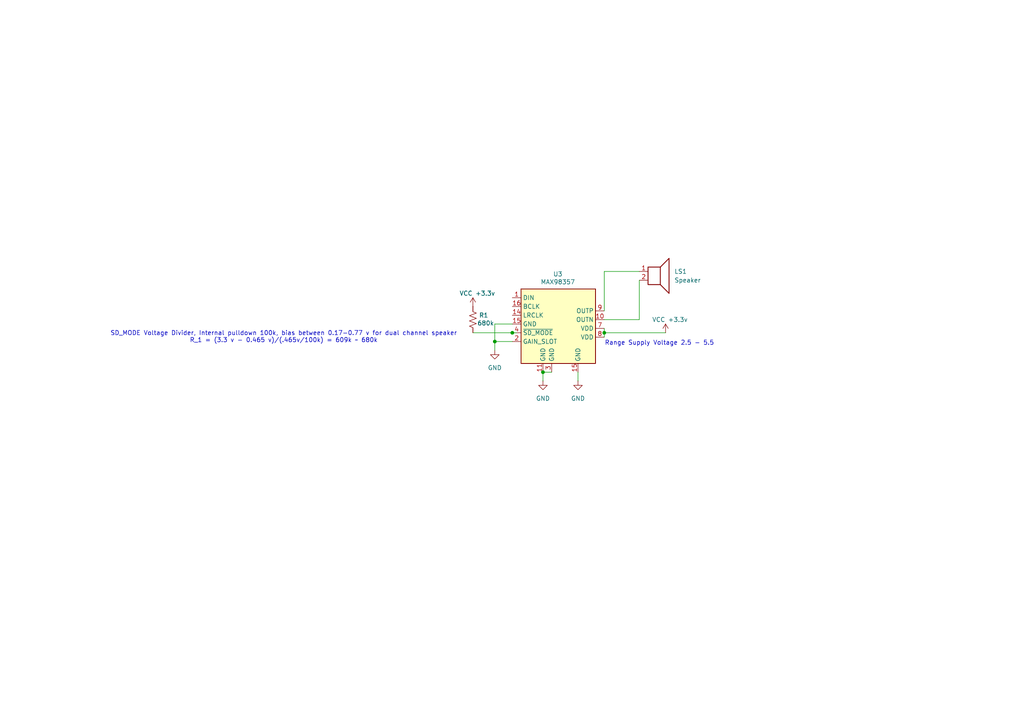
<source format=kicad_sch>
(kicad_sch (version 20250114) (generator "eeschema") (generator_version "9.0")
  (paper "A4")
  (lib_symbols
    (symbol "Device:R_US" (pin_numbers (hide yes)) (pin_names (offset 0))
      (property "Reference" "R" (at 2.54 0 90))
      (property "Value" "R_US" (at -2.54 0 90))
      (symbol "R_US_0_1"
        (polyline (pts (xy 0 2.286) (xy 0 2.54)))
        (polyline (pts (xy 0 2.286) (xy 1.016 1.905) (xy 0 1.524) (xy -1.016 1.143) (xy 0 0.762)))
        (polyline (pts (xy 0 0.762) (xy 1.016 0.381) (xy 0 0) (xy -1.016 -0.381) (xy 0 -0.762)))
        (polyline (pts (xy 0 -0.762) (xy 1.016 -1.143) (xy 0 -1.524) (xy -1.016 -1.905) (xy 0 -2.286)))
        (polyline (pts (xy 0 -2.286) (xy 0 -2.54)))
      )
      (symbol "R_US_1_1"
        (pin passive line (at 0 3.81 270) (length 1.27) (name "~") (number "1"))
        (pin passive line (at 0 -3.81 90) (length 1.27) (name "~") (number "2"))
      )
    )
    (symbol "Device:Speaker" (pin_names (offset 0) (hide yes))
      (property "Reference" "LS" (at 1.27 5.715 0))
      (property "Value" "Speaker" (at 1.27 3.81 0))
      (symbol "Speaker_0_0"
        (rectangle (start -2.54 1.27) (end 1.016 -3.81) (stroke (width 0.254)))
        (polyline (pts (xy 1.016 1.27) (xy 3.556 3.81) (xy 3.556 -6.35) (xy 1.016 -3.81)) (stroke (width 0.254)))
      )
      (symbol "Speaker_1_1"
        (pin input line (at -5.08 0 0) (length 2.54) (name "1") (number "1"))
        (pin input line (at -5.08 -2.54 0) (length 2.54) (name "2") (number "2"))
      )
    )
    (symbol "gameboy_lib:MAX98357A"
      (property "Reference" "U3" (at 0.508 -8.382 0))
      (property "Value" "MAX98357" (at 0.508 -10.668 0))
      (symbol "MAX98357A_1_1"
        (rectangle (start -10.16 -12.7) (end 11.43 -34.29) (stroke (width 0.254)) (fill (type background)))
        (pin input line (at -12.7 -15.24 0) (length 2.54) (name "DIN") (number "1"))
        (pin input line (at -12.7 -17.78 0) (length 2.54) (name "BCLK") (number "16"))
        (pin input line (at -12.7 -20.32 0) (length 2.54) (name "LRCLK") (number "14"))
        (pin input line (at -12.7 -22.86 0) (length 2.54) (name "GND") (number "15"))
        (pin input line (at -12.7 -25.4 0) (length 2.54) (name "~{SD_MODE}") (number "4"))
        (pin passive line (at -12.7 -27.94 0) (length 2.54) (name "GAIN_SLOT") (number "2"))
        (pin input line (at -3.81 -36.83 90) (length 2.54) (name "GND") (number "11"))
        (pin power_in line (at -1.27 -36.83 90) (length 2.54) (name "GND") (number "3"))
        (pin input line (at 6.35 -36.83 90) (length 2.54) (name "GND") (number "15"))
        (pin output line (at 13.97 -19.05 180) (length 2.54) (name "OUTP") (number "9"))
        (pin output line (at 13.97 -21.59 180) (length 2.54) (name "OUTN") (number "10"))
        (pin no_connect line (at 13.97 -24.13 180) (length 2.54) (hide yes) (name "NC") (number "5"))
        (pin power_in line (at 13.97 -24.13 180) (length 2.54) (name "VDD") (number "7"))
        (pin no_connect line (at 13.97 -26.67 180) (length 2.54) (hide yes) (name "NC") (number "6"))
        (pin passive line (at 13.97 -26.67 180) (length 2.54) (name "VDD") (number "8"))
        (pin no_connect line (at 13.97 -27.94 180) (length 2.54) (hide yes) (name "NC") (number "12"))
        (pin no_connect line (at 13.97 -29.21 180) (length 2.54) (hide yes) (name "NC") (number "13"))
      )
    )
    (symbol "power:GND" (power) (pin_numbers (hide yes)) (pin_names (offset 0) (hide yes))
      (property "Value" "GND" (at 0 -3.81 0))
      (symbol "GND_0_1"
        (polyline (pts (xy 0 0) (xy 0 -1.27) (xy 1.27 -1.27) (xy 0 -2.54) (xy -1.27 -1.27) (xy 0 -1.27)))
      )
      (symbol "GND_1_1"
        (pin power_in line (at 0 0 270) (length 0) (name "~") (number "1"))
      )
    )
    (symbol "power:VCC" (power) (pin_numbers (hide yes)) (pin_names (offset 0) (hide yes))
      (property "Value" "VCC" (at 0 3.556 0))
      (symbol "VCC_0_1"
        (polyline (pts (xy -0.762 1.27) (xy 0 2.54)))
        (polyline (pts (xy 0 2.54) (xy 0.762 1.27)))
        (polyline (pts (xy 0 0) (xy 0 2.54)))
      )
      (symbol "VCC_1_1"
        (pin power_in line (at 0 0 90) (length 0) (name "~") (number "1"))
      )
    )
  )
  (text "Range Supply Voltage 2.5 - 5.5\n" (at 191.262 99.568 0) (effects (font (size 1.27 1.27))))
  (text "SD_MODE Voltage Divider, Internal pulldown 100k, bias between 0.17-0.77 v for dual channel speaker\nR_1 = (3.3 v - 0.465 v)/(.465v/100k) = 609k ~ 680k\n" (at 82.296 97.79 0) (effects (font (size 1.27 1.27))))
  (junction (at 143.51 99.06))
  (junction (at 157.48 107.95))
  (junction (at 148.59 96.52))
  (junction (at 175.26 96.52))
  (wire (pts (xy 157.48 107.95) (xy 160.02 107.95)))
  (wire (pts (xy 175.26 78.74) (xy 175.26 90.17)))
  (wire (pts (xy 143.51 99.06) (xy 143.51 93.98)))
  (wire (pts (xy 175.26 96.52) (xy 193.04 96.52)))
  (wire (pts (xy 143.51 99.06) (xy 143.51 101.6)))
  (wire (pts (xy 137.16 96.52) (xy 148.59 96.52)))
  (wire (pts (xy 175.26 95.25) (xy 175.26 96.52)))
  (wire (pts (xy 175.26 78.74) (xy 185.42 78.74)))
  (wire (pts (xy 167.64 107.95) (xy 167.64 110.49)))
  (wire (pts (xy 149.86 96.52) (xy 148.59 96.52)))
  (wire (pts (xy 175.26 96.52) (xy 175.26 97.79)))
  (wire (pts (xy 185.42 81.28) (xy 185.42 92.71)))
  (wire (pts (xy 143.51 99.06) (xy 148.59 99.06)))
  (wire (pts (xy 185.42 92.71) (xy 175.26 92.71)))
  (wire (pts (xy 143.51 93.98) (xy 148.59 93.98)))
  (wire (pts (xy 157.48 107.95) (xy 157.48 110.49)))
  (symbol (lib_id "power:GND") (at 143.51 101.6 0) (unit 1)
    (property "Reference" "#PWR09" (effects (hide yes)))
    (property "Value" "GND" (at 143.51 106.68 0))
    (property "Description" "Power symbol creates a global label with name \"GND\" , ground" (effects (hide yes)))
  )
  (symbol (lib_id "power:VCC") (at 193.04 96.52 0) (unit 1)
    (property "Reference" "#PWR08" (effects (hide yes)))
    (property "Value" "VCC +3.3v" (at 194.31 92.71 0))
    (property "Description" "Power symbol creates a global label with name \"VCC\"" (effects (hide yes)))
  )
  (symbol (lib_id "power:GND") (at 167.64 110.49 0) (unit 1)
    (property "Reference" "#PWR07" (effects (hide yes)))
    (property "Value" "GND" (at 167.64 115.57 0))
    (property "Description" "Power symbol creates a global label with name \"GND\" , ground" (effects (hide yes)))
  )
  (symbol (lib_id "Device:R_US") (at 137.16 92.71 0) (unit 1)
    (property "Reference" "R1" (at 138.938 91.44 0) (effects (justify left)))
    (property "Value" "680k" (at 138.43 93.726 0) (effects (justify left)))
    (property "Description" "Resistor, US symbol" (effects (hide yes)))
  )
  (symbol (lib_id "power:GND") (at 157.48 110.49 0) (unit 1)
    (property "Reference" "#PWR06" (effects (hide yes)))
    (property "Value" "GND" (at 157.48 115.57 0))
    (property "Description" "Power symbol creates a global label with name \"GND\" , ground" (effects (hide yes)))
  )
  (symbol (lib_id "Device:Speaker") (at 190.5 78.74 0) (unit 1)
    (property "Reference" "LS1" (at 195.58 78.7399 0) (effects (justify left)))
    (property "Value" "Speaker" (at 195.58 81.2799 0) (effects (justify left)))
    (property "Description" "Speaker" (effects (hide yes)))
  )
  (symbol (lib_id "gameboy_lib:MAX98357A") (at 161.29 71.12 0) (unit 1)
    (property "Reference" "U3" (at 161.798 79.502 0))
    (property "Value" "MAX98357" (at 161.798 81.788 0))
    (property "Datasheet" "https://www.analog.com/media/en/technical-documentation/data-sheets/MAX98357A-MAX98357B.pdf" (effects (hide yes)))
  )
  (symbol (lib_id "power:VCC") (at 137.16 88.9 0) (unit 1)
    (property "Reference" "#PWR010" (effects (hide yes)))
    (property "Value" "VCC +3.3v" (at 138.43 85.09 0))
    (property "Description" "Power symbol creates a global label with name \"VCC\"" (effects (hide yes)))
  )
)
</source>
